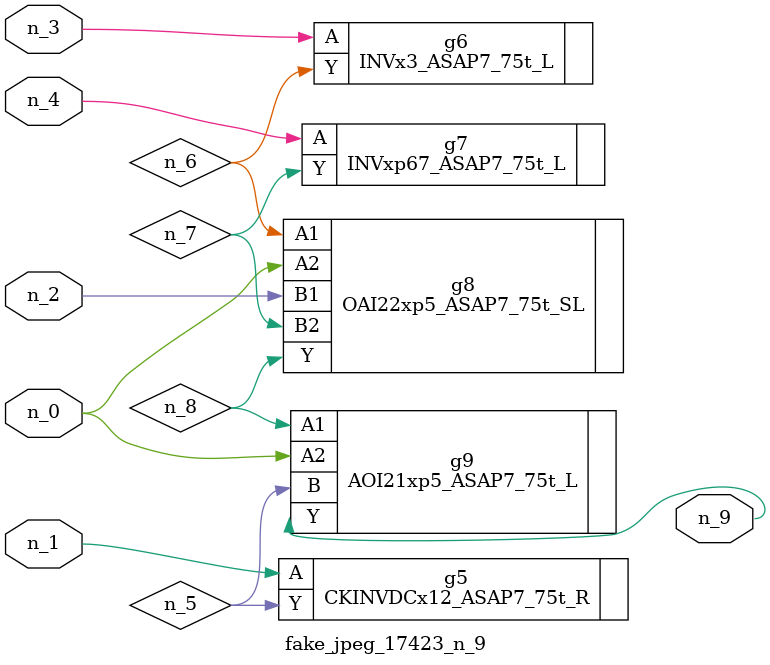
<source format=v>
module fake_jpeg_17423_n_9 (n_3, n_2, n_1, n_0, n_4, n_9);

input n_3;
input n_2;
input n_1;
input n_0;
input n_4;

output n_9;

wire n_8;
wire n_6;
wire n_5;
wire n_7;

CKINVDCx12_ASAP7_75t_R g5 ( 
.A(n_1),
.Y(n_5)
);

INVx3_ASAP7_75t_L g6 ( 
.A(n_3),
.Y(n_6)
);

INVxp67_ASAP7_75t_L g7 ( 
.A(n_4),
.Y(n_7)
);

OAI22xp5_ASAP7_75t_SL g8 ( 
.A1(n_6),
.A2(n_0),
.B1(n_2),
.B2(n_7),
.Y(n_8)
);

AOI21xp5_ASAP7_75t_L g9 ( 
.A1(n_8),
.A2(n_0),
.B(n_5),
.Y(n_9)
);


endmodule
</source>
